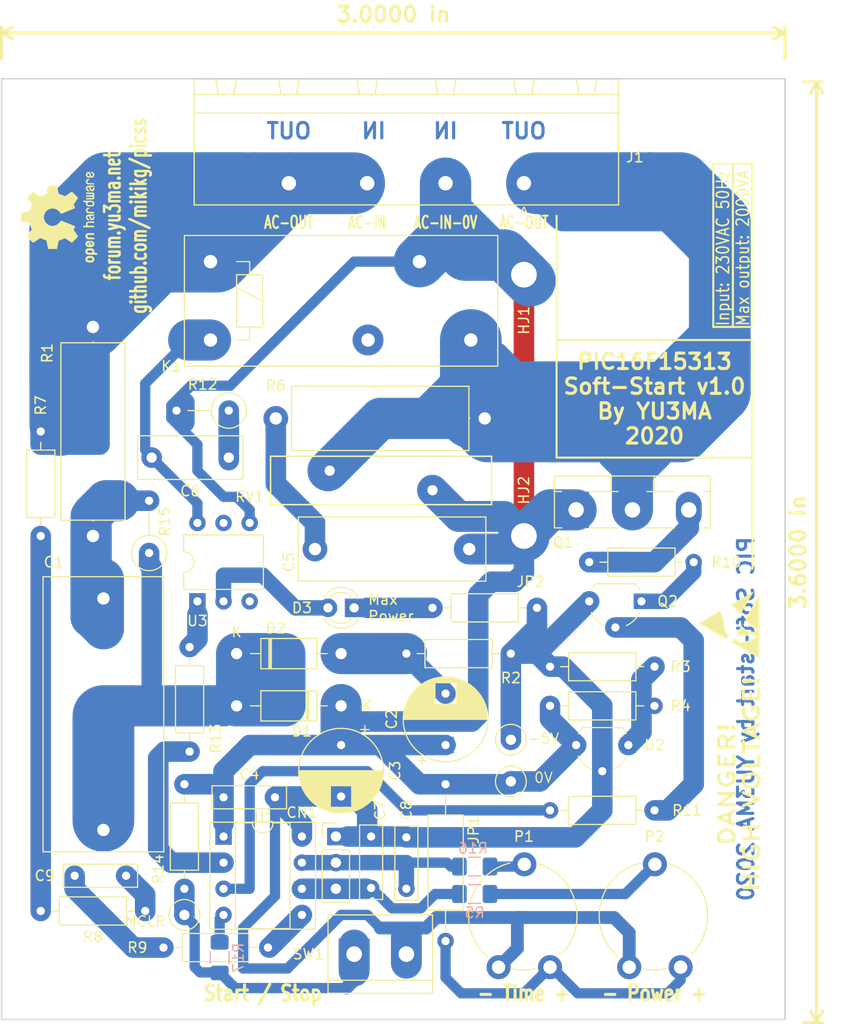
<source format=kicad_pcb>
(kicad_pcb (version 20171130) (host pcbnew "(5.0.0-3-g5ebb6b6)")
  (layers (0 F.Cu signal) (31 B.Cu signal) (34 B.Paste user hide) (35 F.Paste user hide) (36 B.SilkS user) (37 F.SilkS user) (38 B.Mask user hide) (39 F.Mask user hide) (44 Edge.Cuts user))
  (net 0 "")
  (net 1 /0V)
  (net 2 "Net-(C1-Pad2)")
  (net 3 "Net-(C1-Pad1)")
  (net 4 "Net-(C5-Pad1)")
  (net 5 "Net-(R7-Pad2)")
  (net 6 "Net-(R13-Pad2)")
  (net 7 "Net-(R13-Pad1)")
  (net 8 "Net-(C6-Pad1)")
  (net 9 "Net-(Q2-Pad2)")
  (net 10 "Net-(R11-Pad1)")
  (net 11 "Net-(Q1-Pad3)")
  (net 12 "Net-(Q2-Pad1)")
  (net 13 "Net-(R9-Pad2)")
  (net 14 "Net-(C2-Pad2)")
  (net 15 "Net-(R3-Pad2)")
  (net 16 "Net-(C6-Pad2)")
  (net 17 "Net-(C8-Pad1)")
  (net 18 "Net-(C7-Pad1)")
  (net 19 "Net-(U3-Pad5)")
  (net 20 "Net-(U3-Pad3)")
  (net 21 "Net-(K1-Pad12)")
  (net 22 -5V)
  (net 23 "Net-(H4-Pad1)")
  (net 24 "Net-(H3-Pad1)")
  (net 25 "Net-(H2-Pad1)")
  (net 26 "Net-(H1-Pad1)")
  (net 27 "Net-(H5-Pad1)")
  (net 28 "Net-(JP1-Pad2)")
  (net 29 "Net-(J1-Pad1)")
  (net 30 "Net-(J1-Pad3)")
  (net 31 "Net-(D3-Pad2)")
  (net 32 "Net-(D3-Pad1)")
  (net 33 "Net-(J4-Pad1)")
  (net 34 "Net-(C9-Pad1)")
  (net 35 "Net-(C9-Pad2)")
  (net 36 "Net-(P1-Pad2)")
  (net 37 "Net-(P2-Pad2)")
  (net 38 "Net-(R17-Pad2)")
  (module Capacitor_THT:CP_Radial_D8.0mm_P5.00mm (layer F.Cu) (at 156.21 95.25 270)
    (fp_text reference C3 (at 2.5 -5.25 270) (layer F.SilkS))
    (fp_text value 100uF/25V)
    (pad 2 thru_hole circle (at 5 0 270) (size 1.6 1.6) (drill 0.8) (layers *.Cu *.Mask) (net 22 -5V))
    (pad 1 thru_hole rect (at 0 0 270) (size 1.6 1.6) (drill 0.8) (layers *.Cu *.Mask) (net 1 /0V))
  )
  (module Capacitor_THT:C_Rect_L10.0mm_W4.0mm_P7.50mm_MKS4 (layer F.Cu) (at 145.288 67.31 180)
    (fp_text reference C6 (at 3.75 -3.25 180) (layer F.SilkS))
    (fp_text value 10nF/250V)
    (pad 1 thru_hole circle (at 0 0 180) (size 2 2) (drill 1) (layers *.Cu *.Mask) (net 8 "Net-(C6-Pad1)"))
    (pad 2 thru_hole circle (at 7.5 0 180) (size 2 2) (drill 1) (layers *.Cu *.Mask) (net 16 "Net-(C6-Pad2)"))
  )
  (module Resistor_SMD:R_1206_3216Metric_Pad1.42x1.75mm_HandSolder (layer B.Cu) (at 144.399 115.9145 90)
    (fp_text reference R17 (at 0 1.82 90) (layer B.SilkS) (effects (justify mirror)))
    (fp_text value 470R)
    (pad 1 smd roundrect (at -1.4875 0 90) (size 1.425 1.75) (layers B.Cu B.Paste B.Mask) (roundrect_rratio 0.175) (net 33 "Net-(J4-Pad1)"))
    (pad 2 smd roundrect (at 1.4875 0 90) (size 1.425 1.75) (layers B.Cu B.Paste B.Mask) (roundrect_rratio 0.175) (net 38 "Net-(R17-Pad2)"))
  )
  (module Resistor_SMD:R_1206_3216Metric_Pad1.42x1.75mm_HandSolder (layer B.Cu) (at 169.2005 109.728)
    (fp_text reference R5 (at 0 1.82) (layer B.SilkS) (effects (justify mirror)))
    (fp_text value 470R)
    (pad 2 smd roundrect (at 1.4875 0) (size 1.425 1.75) (layers B.Cu B.Paste B.Mask) (roundrect_rratio 0.175) (net 37 "Net-(P2-Pad2)"))
    (pad 1 smd roundrect (at -1.4875 0) (size 1.425 1.75) (layers B.Cu B.Paste B.Mask) (roundrect_rratio 0.175) (net 18 "Net-(C7-Pad1)"))
  )
  (module Resistor_SMD:R_1206_3216Metric_Pad1.42x1.75mm_HandSolder (layer B.Cu) (at 169.2005 107.061)
    (fp_text reference R16 (at -0.1635 -1.778) (layer B.SilkS) (effects (justify mirror)))
    (fp_text value 470R)
    (pad 1 smd roundrect (at -1.4875 0) (size 1.425 1.75) (layers B.Cu B.Paste B.Mask) (roundrect_rratio 0.175) (net 17 "Net-(C8-Pad1)"))
    (pad 2 smd roundrect (at 1.4875 0) (size 1.425 1.75) (layers B.Cu B.Paste B.Mask) (roundrect_rratio 0.175) (net 36 "Net-(P1-Pad2)"))
  )
  (module Capacitor_THT:C_Rect_L7.0mm_W2.0mm_P5.00mm (layer F.Cu) (at 130.302 107.95)
    (fp_text reference C9 (at -2.921 0) (layer F.SilkS))
    (fp_text value 100nF/63V)
    (pad 1 thru_hole circle (at 0 0) (size 1.6 1.6) (drill 0.8) (layers *.Cu *.Mask) (net 34 "Net-(C9-Pad1)"))
    (pad 2 thru_hole circle (at 5 0) (size 1.6 1.6) (drill 0.8) (layers *.Cu *.Mask) (net 35 "Net-(C9-Pad2)"))
  )
  (module TestPoint:TestPoint_Loop_D2.50mm_Drill1.0mm (layer F.Cu) (at 140.97 111.76)
    (fp_text reference J4 hide)
    (fp_text value MCLR)
    (pad 1 thru_hole circle (at 0 0) (size 2 2) (drill 1) (layers *.Cu *.Mask) (net 33 "Net-(J4-Pad1)"))
  )
  (module LED_THT:LED_D3.0mm (layer F.Cu) (at 157.48 81.915 180)
    (fp_text reference D3 (at 5.08 0 180) (layer F.SilkS))
    (fp_text value LED)
    (pad 1 thru_hole rect (at 0 0 180) (size 1.8 1.8) (drill 0.9) (layers *.Cu *.Mask) (net 32 "Net-(D3-Pad1)"))
    (pad 2 thru_hole circle (at 2.54 0 180) (size 1.8 1.8) (drill 0.9) (layers *.Cu *.Mask) (net 31 "Net-(D3-Pad2)"))
  )
  (module TestPoint:TestPoint_Loop_D2.50mm_Drill1.0mm (layer F.Cu) (at 172.72 98.785001 270)
    (fp_text reference J3 hide)
    (fp_text value 0V)
    (pad 1 thru_hole circle (at 0 0 270) (size 2 2) (drill 1) (layers *.Cu *.Mask) (net 1 /0V))
  )
  (module TestPoint:TestPoint_Loop_D2.50mm_Drill1.0mm (layer F.Cu) (at 172.72 94.735001 270)
    (fp_text reference J2 hide)
    (fp_text value -5V)
    (pad 1 thru_hole circle (at 0 0 270) (size 2 2) (drill 1) (layers *.Cu *.Mask) (net 22 -5V))
  )
  (module MountingHole:MountingHole_6.5mm (layer F.Cu) (at 184.531 50.8)
    (fp_text reference H5 hide)
    (fp_text value MountingHole_Pad)
    (pad 1 np_thru_hole circle (at 0 0) (size 6.5 6.5) (drill 6.5) (layers *.Cu *.Mask) (net 27 "Net-(H5-Pad1)"))
  )
  (module Connector_Phoenix_GMSTB:PhoenixContact_GMSTB_2,5_4-GF-7,62_1x04_P7.62mm_Horizontal_ThreadedFlange (layer F.Cu) (at 173.99 40.64 180)
    (fp_text reference J1 (at -10.795 2.54 180) (layer F.SilkS))
    (fp_text value Conn_01x02_Male)
    (pad 1 thru_hole roundrect (at 0 0 180) (size 2.1 3.6) (drill 1.4) (layers *.Cu *.Mask) (roundrect_rratio 0.119048) (net 29 "Net-(J1-Pad1)"))
    (pad 2 thru_hole oval (at 7.62 0 180) (size 2.1 3.6) (drill 1.4) (layers *.Cu *.Mask) (net 1 /0V))
    (pad 3 thru_hole oval (at 15.24 0 180) (size 2.1 3.6) (drill 1.4) (layers *.Cu *.Mask) (net 30 "Net-(J1-Pad3)"))
    (pad 4 thru_hole oval (at 22.86 0 180) (size 2.1 3.6) (drill 1.4) (layers *.Cu *.Mask) (net 30 "Net-(J1-Pad3)"))
  )
  (module MountingHole:MountingHole_3.2mm_M3 (layer F.Cu) (at 127 118.11)
    (fp_text reference H2 hide)
    (fp_text value MountingHole_Pad)
    (pad 1 np_thru_hole circle (at 0 0) (size 3.2 3.2) (drill 3.2) (layers *.Cu *.Mask) (net 25 "Net-(H2-Pad1)"))
  )
  (module MountingHole:MountingHole_3.2mm_M3 (layer F.Cu) (at 127 34.29)
    (fp_text reference H3 hide)
    (fp_text value MountingHole_Pad)
    (pad 1 np_thru_hole circle (at 0 0) (size 3.2 3.2) (drill 3.2) (layers *.Cu *.Mask) (net 24 "Net-(H3-Pad1)"))
  )
  (module MountingHole:MountingHole_3.2mm_M3 (layer F.Cu) (at 195.58 34.29)
    (fp_text reference H4 hide)
    (fp_text value MountingHole_Pad)
    (pad 1 np_thru_hole circle (at 0 0) (size 3.2 3.2) (drill 3.2) (layers *.Cu *.Mask) (net 23 "Net-(H4-Pad1)"))
  )
  (module MountingHole:MountingHole_3.2mm_M3 (layer F.Cu) (at 195.58 118.11)
    (fp_text reference H1 hide)
    (fp_text value MountingHole_Pad)
    (pad 1 np_thru_hole circle (at 0 0) (size 3.2 3.2) (drill 3.2) (layers *.Cu *.Mask) (net 26 "Net-(H1-Pad1)"))
  )
  (module Resistor_THT:R_Axial_DIN0309_L9.0mm_D3.2mm_P15.24mm_Horizontal (layer F.Cu) (at 166.37 99.06 270)
    (fp_text reference JP1 (at 4.445 -2.72 270) (layer F.SilkS))
    (fp_text value Jumper)
    (pad 1 thru_hole circle (at 0 0 270) (size 1.6 1.6) (drill 0.8) (layers *.Cu *.Mask) (net 1 /0V))
    (pad 2 thru_hole oval (at 15.24 0 270) (size 1.6 1.6) (drill 0.8) (layers *.Cu *.Mask) (net 28 "Net-(JP1-Pad2)"))
  )
  (module MountingHole:MountingHole_2.5mm_Pad (layer F.Cu) (at 173.99 74.93)
    (fp_text reference HJ2 (at 0 -4.445 90) (layer F.SilkS))
    (fp_text value MountingHole_Pad)
    (pad 1 thru_hole circle (at 0 0) (size 5 5) (drill 2.5) (layers *.Cu *.Mask) (net 1 /0V))
  )
  (module MountingHole:MountingHole_2.5mm_Pad (layer F.Cu) (at 173.99 49.53)
    (fp_text reference HJ1 (at 0 4.445 90) (layer F.SilkS))
    (fp_text value MountingHole_Pad)
    (pad 1 thru_hole circle (at 0 0) (size 5 5) (drill 2.5) (layers *.Cu *.Mask) (net 1 /0V))
  )
  (module Resistor_THT:R_Axial_DIN0207_L6.3mm_D2.5mm_P10.16mm_Horizontal (layer F.Cu) (at 165.1 81.915)
    (fp_text reference JP2 (at 9.525 -2.54) (layer F.SilkS))
    (fp_text value Jumper)
    (pad 1 thru_hole circle (at 0 0) (size 1.6 1.6) (drill 0.8) (layers *.Cu *.Mask) (net 32 "Net-(D3-Pad1)"))
    (pad 2 thru_hole oval (at 10.16 0) (size 1.6 1.6) (drill 0.8) (layers *.Cu *.Mask) (net 22 -5V))
  )
  (module Resistor_THT:R_Axial_DIN0309_L9.0mm_D3.2mm_P5.08mm_Vertical (layer F.Cu) (at 145.288 62.738 180)
    (fp_text reference R12 (at 2.54 2.54 180) (layer F.SilkS))
    (fp_text value 360R)
    (pad 1 thru_hole circle (at 0 0 180) (size 1.6 1.6) (drill 0.8) (layers *.Cu *.Mask) (net 8 "Net-(C6-Pad1)"))
    (pad 2 thru_hole oval (at 5.08 0 180) (size 1.6 1.6) (drill 0.8) (layers *.Cu *.Mask) (net 1 /0V))
  )
  (module Package_DIP:DIP-8_W7.62mm_Socket (layer F.Cu) (at 144.78 104.14)
    (fp_text reference U1 (at 3.937 -1.905) (layer F.SilkS))
    (fp_text value PIC16F15313E/P)
    (pad 1 thru_hole rect (at 0 0) (size 1.6 1.6) (drill 0.8) (layers *.Cu *.Mask) (net 1 /0V))
    (pad 5 thru_hole oval (at 7.62 7.62) (size 1.6 1.6) (drill 0.8) (layers *.Cu *.Mask) (net 13 "Net-(R9-Pad2)"))
    (pad 2 thru_hole oval (at 0 2.54) (size 1.6 1.6) (drill 0.8) (layers *.Cu *.Mask) (net 7 "Net-(R13-Pad1)"))
    (pad 6 thru_hole oval (at 7.62 5.08) (size 1.6 1.6) (drill 0.8) (layers *.Cu *.Mask) (net 18 "Net-(C7-Pad1)"))
    (pad 3 thru_hole oval (at 0 5.08) (size 1.6 1.6) (drill 0.8) (layers *.Cu *.Mask) (net 10 "Net-(R11-Pad1)"))
    (pad 7 thru_hole oval (at 7.62 2.54) (size 1.6 1.6) (drill 0.8) (layers *.Cu *.Mask) (net 17 "Net-(C8-Pad1)"))
    (pad 4 thru_hole oval (at 0 7.62) (size 1.6 1.6) (drill 0.8) (layers *.Cu *.Mask) (net 38 "Net-(R17-Pad2)"))
    (pad 8 thru_hole oval (at 7.62 0) (size 1.6 1.6) (drill 0.8) (layers *.Cu *.Mask) (net 22 -5V))
  )
  (module Resistor_THT:R_Axial_DIN0207_L6.3mm_D2.5mm_P10.16mm_Horizontal (layer F.Cu) (at 172.72 86.36 180)
    (fp_text reference R2 (at 0 -2.37 180) (layer F.SilkS))
    (fp_text value 27R-33R)
    (pad 1 thru_hole circle (at 0 0 180) (size 1.6 1.6) (drill 0.8) (layers *.Cu *.Mask) (net 22 -5V))
    (pad 2 thru_hole oval (at 10.16 0 180) (size 1.6 1.6) (drill 0.8) (layers *.Cu *.Mask) (net 14 "Net-(C2-Pad2)"))
  )
  (module Resistor_THT:R_Axial_DIN0207_L6.3mm_D2.5mm_P10.16mm_Horizontal (layer F.Cu) (at 176.53 87.63)
    (fp_text reference R3 (at 12.7 0) (layer F.SilkS))
    (fp_text value 10K)
    (pad 2 thru_hole oval (at 10.16 0) (size 1.6 1.6) (drill 0.8) (layers *.Cu *.Mask) (net 15 "Net-(R3-Pad2)"))
    (pad 1 thru_hole circle (at 0 0) (size 1.6 1.6) (drill 0.8) (layers *.Cu *.Mask) (net 22 -5V))
  )
  (module Resistor_THT:R_Axial_DIN0207_L6.3mm_D2.5mm_P10.16mm_Horizontal (layer F.Cu) (at 127 64.77 270)
    (fp_text reference R7 (at -2.54 0 270) (layer F.SilkS))
    (fp_text value 270K/0.25W)
    (pad 1 thru_hole circle (at 0 0 270) (size 1.6 1.6) (drill 0.8) (layers *.Cu *.Mask) (net 30 "Net-(J1-Pad3)"))
    (pad 2 thru_hole oval (at 10.16 0 270) (size 1.6 1.6) (drill 0.8) (layers *.Cu *.Mask) (net 5 "Net-(R7-Pad2)"))
  )
  (module Resistor_THT:R_Axial_DIN0207_L6.3mm_D2.5mm_P10.16mm_Horizontal (layer F.Cu) (at 127 111.379)
    (fp_text reference R8 (at 5.08 2.54) (layer F.SilkS))
    (fp_text value 270K/0.25W)
    (pad 2 thru_hole oval (at 10.16 0) (size 1.6 1.6) (drill 0.8) (layers *.Cu *.Mask) (net 35 "Net-(C9-Pad2)"))
    (pad 1 thru_hole circle (at 0 0) (size 1.6 1.6) (drill 0.8) (layers *.Cu *.Mask) (net 5 "Net-(R7-Pad2)"))
  )
  (module Resistor_THT:R_Axial_DIN0207_L6.3mm_D2.5mm_P10.16mm_Horizontal (layer F.Cu) (at 138.938 114.935)
    (fp_text reference R9 (at -2.54 0) (layer F.SilkS))
    (fp_text value 220K/0.25W)
    (pad 1 thru_hole circle (at 0 0) (size 1.6 1.6) (drill 0.8) (layers *.Cu *.Mask) (net 34 "Net-(C9-Pad1)"))
    (pad 2 thru_hole oval (at 10.16 0) (size 1.6 1.6) (drill 0.8) (layers *.Cu *.Mask) (net 13 "Net-(R9-Pad2)"))
  )
  (module Resistor_THT:R_Axial_DIN0207_L6.3mm_D2.5mm_P10.16mm_Horizontal (layer F.Cu) (at 180.34 77.47)
    (fp_text reference R10 (at 13.335 0) (layer F.SilkS))
    (fp_text value 33R)
    (pad 2 thru_hole oval (at 10.16 0) (size 1.6 1.6) (drill 0.8) (layers *.Cu *.Mask) (net 12 "Net-(Q2-Pad1)"))
    (pad 1 thru_hole circle (at 0 0) (size 1.6 1.6) (drill 0.8) (layers *.Cu *.Mask) (net 11 "Net-(Q1-Pad3)"))
  )
  (module Resistor_THT:R_Axial_DIN0207_L6.3mm_D2.5mm_P10.16mm_Horizontal (layer F.Cu) (at 176.53 101.6)
    (fp_text reference R11 (at 13.335 0) (layer F.SilkS))
    (fp_text value 4K7)
    (pad 2 thru_hole oval (at 10.16 0) (size 1.6 1.6) (drill 0.8) (layers *.Cu *.Mask) (net 9 "Net-(Q2-Pad2)"))
    (pad 1 thru_hole circle (at 0 0) (size 1.6 1.6) (drill 0.8) (layers *.Cu *.Mask) (net 10 "Net-(R11-Pad1)"))
  )
  (module Resistor_THT:R_Axial_DIN0207_L6.3mm_D2.5mm_P10.16mm_Horizontal (layer F.Cu) (at 141.478 95.885 90)
    (fp_text reference R13 (at 1.27 2.54 90) (layer F.SilkS))
    (fp_text value 470R)
    (pad 2 thru_hole oval (at 10.16 0 90) (size 1.6 1.6) (drill 0.8) (layers *.Cu *.Mask) (net 6 "Net-(R13-Pad2)"))
    (pad 1 thru_hole circle (at 0 0 90) (size 1.6 1.6) (drill 0.8) (layers *.Cu *.Mask) (net 7 "Net-(R13-Pad1)"))
  )
  (module Resistor_THT:R_Axial_DIN0207_L6.3mm_D2.5mm_P10.16mm_Horizontal (layer F.Cu) (at 140.97 99.06 270)
    (fp_text reference R14 (at 8.255 2.54 270) (layer F.SilkS))
    (fp_text value 4K7)
    (pad 1 thru_hole circle (at 0 0 270) (size 1.6 1.6) (drill 0.8) (layers *.Cu *.Mask) (net 1 /0V))
    (pad 2 thru_hole oval (at 10.16 0 270) (size 1.6 1.6) (drill 0.8) (layers *.Cu *.Mask) (net 33 "Net-(J4-Pad1)"))
  )
  (module Resistor_THT:R_Axial_DIN0207_L6.3mm_D2.5mm_P10.16mm_Horizontal (layer F.Cu) (at 186.69 91.44 180)
    (fp_text reference R4 (at -2.54 0 180) (layer F.SilkS))
    (fp_text value 10K)
    (pad 1 thru_hole circle (at 0 0 180) (size 1.6 1.6) (drill 0.8) (layers *.Cu *.Mask) (net 15 "Net-(R3-Pad2)"))
    (pad 2 thru_hole oval (at 10.16 0 180) (size 1.6 1.6) (drill 0.8) (layers *.Cu *.Mask) (net 1 /0V))
  )
  (module Package_TO_SOT_THT:TO-92L_Wide (layer F.Cu) (at 185.42 81.28 180)
    (fp_text reference Q2 (at -2.54 0 180) (layer F.SilkS))
    (fp_text value BC548)
    (pad 2 thru_hole circle (at 2.54 -2.54 270) (size 1.5 1.5) (drill 0.8) (layers *.Cu *.Mask) (net 9 "Net-(Q2-Pad2)"))
    (pad 3 thru_hole circle (at 5.08 0 270) (size 1.5 1.5) (drill 0.8) (layers *.Cu *.Mask) (net 22 -5V))
    (pad 1 thru_hole rect (at 0 0 270) (size 1.5 1.5) (drill 0.8) (layers *.Cu *.Mask) (net 12 "Net-(Q2-Pad1)"))
  )
  (module Package_TO_SOT_THT:TO-92L_Wide (layer F.Cu) (at 184.15 95.25 180)
    (fp_text reference U2 (at -2.54 0 180) (layer F.SilkS))
    (fp_text value TL431LP)
    (pad 2 thru_hole circle (at 2.54 -2.54 270) (size 1.5 1.5) (drill 0.8) (layers *.Cu *.Mask) (net 22 -5V))
    (pad 3 thru_hole circle (at 5.08 0 270) (size 1.5 1.5) (drill 0.8) (layers *.Cu *.Mask) (net 1 /0V))
    (pad 1 thru_hole rect (at 0 0 270) (size 1.5 1.5) (drill 0.8) (layers *.Cu *.Mask) (net 15 "Net-(R3-Pad2)"))
  )
  (module Diode_THT:D_DO-41_SOD81_P10.16mm_Horizontal (layer F.Cu) (at 156.21 91.44 180)
    (fp_text reference D1 (at 3.81 -2.47 180) (layer F.SilkS))
    (fp_text value 6v8/1.2W)
    (fp_text user K (at -2.54 0 180) (layer F.SilkS))
    (pad 1 thru_hole rect (at 0 0 180) (size 2.2 2.2) (drill 1.1) (layers *.Cu *.Mask) (net 1 /0V))
    (pad 2 thru_hole oval (at 10.16 0 180) (size 2.2 2.2) (drill 1.1) (layers *.Cu *.Mask) (net 3 "Net-(C1-Pad1)"))
  )
  (module Capacitor_THT:CP_Radial_D8.0mm_P5.00mm (layer F.Cu) (at 166.37 95.25 90)
    (fp_text reference C2 (at 2.5 -5.25 90) (layer F.SilkS))
    (fp_text value 100uF/35V)
    (pad 2 thru_hole circle (at 5 0 90) (size 1.6 1.6) (drill 0.8) (layers *.Cu *.Mask) (net 14 "Net-(C2-Pad2)"))
    (pad 1 thru_hole rect (at 0 0 90) (size 1.6 1.6) (drill 0.8) (layers *.Cu *.Mask) (net 1 /0V))
  )
  (module Resistor_THT:R_Axial_DIN0617_L17.0mm_D6.0mm_P20.32mm_Horizontal (layer F.Cu) (at 170.18 63.5 180)
    (fp_text reference R6 (at 20.32 3.175 180) (layer F.SilkS))
    (fp_text value 150/2W)
    (pad 1 thru_hole circle (at 0 0 180) (size 2.4 2.4) (drill 1.2) (layers *.Cu *.Mask) (net 29 "Net-(J1-Pad1)"))
    (pad 2 thru_hole oval (at 20.32 0 180) (size 2.4 2.4) (drill 1.2) (layers *.Cu *.Mask) (net 4 "Net-(C5-Pad1)"))
  )
  (module Potentiometer_THT:Potentiometer_Piher_PT-10-V10_Vertical (layer F.Cu) (at 189.23 116.84 90)
    (fp_text reference P2 (at 12.7 -2.54 180) (layer F.SilkS))
    (fp_text value 10K)
    (pad 3 thru_hole circle (at 0 -5 90) (size 2.34 2.34) (drill 1.3) (layers *.Cu *.Mask) (net 22 -5V))
    (pad 2 thru_hole circle (at 10 -2.5 90) (size 2.34 2.34) (drill 1.3) (layers *.Cu *.Mask) (net 37 "Net-(P2-Pad2)"))
    (pad 1 thru_hole circle (at 0 0 90) (size 2.34 2.34) (drill 1.3) (layers *.Cu *.Mask) (net 28 "Net-(JP1-Pad2)"))
  )
  (module Potentiometer_THT:Potentiometer_Piher_PT-10-V10_Vertical (layer F.Cu) (at 176.53 116.84 90)
    (fp_text reference P1 (at 12.7 -2.54 180) (layer F.SilkS))
    (fp_text value 10K)
    (pad 3 thru_hole circle (at 0 -5 90) (size 2.34 2.34) (drill 1.3) (layers *.Cu *.Mask) (net 22 -5V))
    (pad 2 thru_hole circle (at 10 -2.5 90) (size 2.34 2.34) (drill 1.3) (layers *.Cu *.Mask) (net 36 "Net-(P1-Pad2)"))
    (pad 1 thru_hole circle (at 0 0 90) (size 2.34 2.34) (drill 1.3) (layers *.Cu *.Mask) (net 28 "Net-(JP1-Pad2)"))
  )
  (module Resistor_THT:R_Axial_DIN0617_L17.0mm_D6.0mm_P20.32mm_Horizontal (layer F.Cu) (at 132.08 74.93 90)
    (fp_text reference R1 (at 17.78 -4.445 90) (layer F.SilkS))
    (fp_text value 220R/2W)
    (pad 2 thru_hole oval (at 20.32 0 90) (size 2.4 2.4) (drill 1.2) (layers *.Cu *.Mask) (net 30 "Net-(J1-Pad3)"))
    (pad 1 thru_hole circle (at 0 0 90) (size 2.4 2.4) (drill 1.2) (layers *.Cu *.Mask) (net 2 "Net-(C1-Pad2)"))
  )
  (module Package_TO_SOT_THT:TO-218-3_Vertical (layer F.Cu) (at 179.07 72.39)
    (fp_text reference Q1 (at -1.27 3.175) (layer F.SilkS))
    (fp_text value BTA41-600B)
    (pad 1 thru_hole rect (at 0 0) (size 2.5 3.5) (drill 1.5) (layers *.Cu *.Mask) (net 1 /0V))
    (pad 2 thru_hole oval (at 5.475 0) (size 2.5 3.5) (drill 1.5) (layers *.Cu *.Mask) (net 29 "Net-(J1-Pad1)"))
    (pad 3 thru_hole oval (at 10.95 0) (size 2.5 3.5) (drill 1.5) (layers *.Cu *.Mask) (net 11 "Net-(Q1-Pad3)"))
  )
  (module Relay_THT:Relay_SPDT_Schrack-RP-II-1-FormC_RM5mm (layer F.Cu) (at 143.51 48.26)
    (fp_text reference K1 (at -3.81 10.16) (layer F.SilkS))
    (fp_text value RELAY)
    (pad 12 thru_hole circle (at 15.32 7.62) (size 3 3) (drill 1.3) (layers *.Cu *.Mask) (net 21 "Net-(K1-Pad12)"))
    (pad 14 thru_hole circle (at 25.32 7.62) (size 3 3) (drill 1.3) (layers *.Cu *.Mask) (net 29 "Net-(J1-Pad1)"))
    (pad 11 thru_hole circle (at 20.32 0) (size 3 3) (drill 1.3) (layers *.Cu *.Mask) (net 1 /0V))
    (pad A2 thru_hole circle (at 0 7.62) (size 3 3) (drill 1.3) (layers *.Cu *.Mask) (net 16 "Net-(C6-Pad2)"))
    (pad A1 thru_hole circle (at 0 0) (size 3 3) (drill 1.3) (layers *.Cu *.Mask) (net 30 "Net-(J1-Pad3)"))
  )
  (module Capacitor_THT:C_Rect_L18.0mm_W6.0mm_P15.00mm_FKS3_FKP3 (layer F.Cu) (at 153.67 76.2)
    (fp_text reference C5 (at -2.54 1.27 90) (layer F.SilkS))
    (fp_text value 100n/630)
    (pad 1 thru_hole circle (at 0 0) (size 2.4 2.4) (drill 1.2) (layers *.Cu *.Mask) (net 4 "Net-(C5-Pad1)"))
    (pad 2 thru_hole circle (at 15 0) (size 2.4 2.4) (drill 1.2) (layers *.Cu *.Mask) (net 1 /0V))
  )
  (module Capacitor_THT:C_Rect_L26.5mm_W11.5mm_P22.50mm_MKS4 (layer F.Cu) (at 133.096 103.505 90)
    (fp_text reference C1 (at 26.035 -4.826 180) (layer F.SilkS))
    (fp_text value 1uF/630V)
    (pad 1 thru_hole circle (at 0 0 90) (size 2.4 2.4) (drill 1.2) (layers *.Cu *.Mask) (net 3 "Net-(C1-Pad1)"))
    (pad 2 thru_hole circle (at 22.5 0 90) (size 2.4 2.4) (drill 1.2) (layers *.Cu *.Mask) (net 2 "Net-(C1-Pad2)"))
  )
  (module Capacitor_THT:C_Rect_L7.0mm_W2.0mm_P5.00mm (layer F.Cu) (at 144.78 100.33)
    (fp_text reference C4 (at 2.5 -2.25) (layer F.SilkS))
    (fp_text value 100nF)
    (pad 2 thru_hole circle (at 5 0) (size 1.6 1.6) (drill 0.8) (layers *.Cu *.Mask) (net 22 -5V))
    (pad 1 thru_hole circle (at 0 0) (size 1.6 1.6) (drill 0.8) (layers *.Cu *.Mask) (net 1 /0V))
  )
  (module Capacitor_THT:C_Rect_L7.0mm_W2.0mm_P5.00mm (layer F.Cu) (at 159.131 109.14 90)
    (fp_text reference C7 (at 7.54 0.889 90) (layer F.SilkS))
    (fp_text value 100nF)
    (pad 2 thru_hole circle (at 5 0 90) (size 1.6 1.6) (drill 0.8) (layers *.Cu *.Mask) (net 22 -5V))
    (pad 1 thru_hole circle (at 0 0 90) (size 1.6 1.6) (drill 0.8) (layers *.Cu *.Mask) (net 18 "Net-(C7-Pad1)"))
  )
  (module Capacitor_THT:C_Rect_L7.0mm_W2.0mm_P5.00mm (layer F.Cu) (at 162.56 109.22 90)
    (fp_text reference C8 (at 7.62 0 90) (layer F.SilkS))
    (fp_text value 100nF)
    (pad 1 thru_hole circle (at 0 0 90) (size 1.6 1.6) (drill 0.8) (layers *.Cu *.Mask) (net 17 "Net-(C8-Pad1)"))
    (pad 2 thru_hole circle (at 5 0 90) (size 1.6 1.6) (drill 0.8) (layers *.Cu *.Mask) (net 22 -5V))
  )
  (module Diode_THT:D_DO-41_SOD81_P10.16mm_Horizontal (layer F.Cu) (at 146.05 86.36)
    (fp_text reference D2 (at 3.81 -2.47) (layer F.SilkS))
    (fp_text value 1N4001)
    (fp_text user K (at 0 -2.1) (layer F.SilkS))
    (pad 1 thru_hole rect (at 0 0) (size 2.2 2.2) (drill 1.1) (layers *.Cu *.Mask) (net 3 "Net-(C1-Pad1)"))
    (pad 2 thru_hole oval (at 10.16 0) (size 2.2 2.2) (drill 1.1) (layers *.Cu *.Mask) (net 14 "Net-(C2-Pad2)"))
  )
  (module Package_DIP:DIP-6_W7.62mm (layer F.Cu) (at 142.24 81.28 90)
    (fp_text reference U3 (at -1.905 0 180) (layer F.SilkS))
    (fp_text value MOC3043M)
    (pad 1 thru_hole rect (at 0 0 90) (size 1.6 1.6) (drill 0.8) (layers *.Cu *.Mask) (net 6 "Net-(R13-Pad2)"))
    (pad 4 thru_hole oval (at 7.62 5.08 90) (size 1.6 1.6) (drill 0.8) (layers *.Cu *.Mask) (net 1 /0V))
    (pad 2 thru_hole oval (at 0 2.54 90) (size 1.6 1.6) (drill 0.8) (layers *.Cu *.Mask) (net 31 "Net-(D3-Pad2)"))
    (pad 5 thru_hole oval (at 7.62 2.54 90) (size 1.6 1.6) (drill 0.8) (layers *.Cu *.Mask) (net 19 "Net-(U3-Pad5)"))
    (pad 3 thru_hole oval (at 0 5.08 90) (size 1.6 1.6) (drill 0.8) (layers *.Cu *.Mask) (net 20 "Net-(U3-Pad3)"))
    (pad 6 thru_hole oval (at 7.62 0 90) (size 1.6 1.6) (drill 0.8) (layers *.Cu *.Mask) (net 16 "Net-(C6-Pad2)"))
  )
  (module TerminalBlock:TerminalBlock_bornier-2_P5.08mm (layer F.Cu) (at 157.48 115.57)
    (fp_text reference SW1 (at -4.445 0) (layer F.SilkS))
    (fp_text value Start/Stop)
    (pad 1 thru_hole rect (at 0 0) (size 3 3) (drill 1.52) (layers *.Cu *.Mask) (net 33 "Net-(J4-Pad1)"))
    (pad 2 thru_hole circle (at 5.08 0) (size 3 3) (drill 1.52) (layers *.Cu *.Mask) (net 22 -5V))
  )
  (module Varistor:RV_Disc_D21.5mm_W4.7mm_P10mm (layer F.Cu) (at 155.1 68.58)
    (fp_text reference RV1 (at -7.78 2.54) (layer F.SilkS))
    (fp_text value JVR20N681K)
    (pad 1 thru_hole circle (at 0 0) (size 2 2) (drill 1) (layers *.Cu *.Mask) (net 29 "Net-(J1-Pad1)"))
    (pad 2 thru_hole circle (at 10 1.9) (size 2 2) (drill 1) (layers *.Cu *.Mask) (net 1 /0V))
  )
  (module Connector_PinHeader_2.54mm:PinHeader_1x03_P2.54mm_Vertical (layer F.Cu) (at 155.702 104.14)
    (fp_text reference CN1 (at -3.302 -2.33) (layer F.SilkS))
    (fp_text value USART)
    (pad 1 thru_hole rect (at 0 0) (size 1.7 1.7) (drill 1) (layers *.Cu *.Mask) (net 22 -5V))
    (pad 2 thru_hole oval (at 0 2.54) (size 1.7 1.7) (drill 1) (layers *.Cu *.Mask) (net 17 "Net-(C8-Pad1)"))
    (pad 3 thru_hole oval (at 0 5.08) (size 1.7 1.7) (drill 1) (layers *.Cu *.Mask) (net 18 "Net-(C7-Pad1)"))
  )
  (module Resistor_THT:R_Axial_DIN0309_L9.0mm_D3.2mm_P5.08mm_Vertical (layer F.Cu) (at 137.541 76.581 90)
    (fp_text reference R15 (at 3.048 1.524 90) (layer F.SilkS))
    (fp_text value 3M/0.25W)
    (pad 2 thru_hole oval (at 5.08 0 90) (size 1.6 1.6) (drill 0.8) (layers *.Cu *.Mask) (net 2 "Net-(C1-Pad2)"))
    (pad 1 thru_hole circle (at 0 0 90) (size 1.6 1.6) (drill 0.8) (layers *.Cu *.Mask) (net 3 "Net-(C1-Pad1)"))
  )
  (module Symbol:ESD-Logo_6.6x6mm_SilkScreen (layer F.Cu) (at 193.929 83.566 90)
    (fp_text reference REF** hide)
    (fp_text value ESD-Logo_6.6x6mm_SilkScreen hide)
  )
  (module Symbol:OSHW-Logo2_9.8x8mm_SilkScreen (layer F.Cu) (at 128.778 43.942 90)
    (fp_text reference REF** hide)
    (fp_text value OSHW-Logo2_9.8x8mm_SilkScreen hide)
  )
  (dimension 91.44 (width 0.3) (layer F.SilkS) (gr_text "91.440 mm" (at 204.555745 76.512327 90) (layer F.SilkS) (effects (font (size 1.5 1.5) (thickness 0.3)))) (feature1 (pts (xy 201.185746 122.232327) (xy 203.042166 122.232327))) (feature2 (pts (xy 201.185746 30.792327) (xy 203.042166 30.792327))) (crossbar (pts (xy 202.455745 30.792327) (xy 202.455745 122.232327))) (arrow1a (pts (xy 202.455745 122.232327) (xy 201.869324 121.105823))) (arrow1b (pts (xy 202.455745 122.232327) (xy 203.042166 121.105823))) (arrow2a (pts (xy 202.455745 30.792327) (xy 201.869324 31.918831))) (arrow2b (pts (xy 202.455745 30.792327) (xy 203.042166 31.918831))))
  (gr_line (start 194.31 38.735) (end 196.215 38.735) (layer F.SilkS) (width 0.2))
  (gr_line (start 194.31 54.61) (end 194.31 38.735) (layer F.SilkS) (width 0.2))
  (gr_line (start 192.405 54.61) (end 194.31 54.61) (layer F.SilkS) (width 0.2))
  (gr_line (start 192.405 38.735) (end 192.405 54.61) (layer F.SilkS) (width 0.2))
  (gr_line (start 193.04 38.735) (end 192.405 38.735) (layer F.SilkS) (width 0.2))
  (gr_line (start 194.31 38.735) (end 193.04 38.735) (layer F.SilkS) (width 0.2))
  (gr_line (start 194.31 54.61) (end 194.31 38.735) (layer F.SilkS) (width 0.2))
  (gr_line (start 196.215 54.61) (end 194.31 54.61) (layer F.SilkS) (width 0.2))
  (gr_line (start 196.215 38.735) (end 196.215 54.61) (layer F.SilkS) (width 0.2))
  (gr_text "Input: 230VAC 50Hz\nMax output: 2000VA" (at 194.31 54.61 90) (layer F.SilkS) (effects (font (size 1.2 1)) (justify left)))
  (gr_text github.com/mikikg/picss (at 136.525 43.815 90) (layer F.SilkS) (effects (font (size 1.5 1) (thickness 0.25))))
  (gr_text OUT (at 173.99 35.56) (layer B.Cu) (effects (font (size 1.5 1.5) (thickness 0.3)) (justify mirror)))
  (gr_text OUT (at 151.13 35.56) (layer B.Cu) (effects (font (size 1.5 1.5) (thickness 0.3)) (justify mirror)))
  (gr_text IN (at 159.385 35.56) (layer B.Cu) (effects (font (size 1.5 1.5) (thickness 0.3)) (justify mirror)))
  (gr_text IN (at 166.37 35.56) (layer B.Cu) (effects (font (size 1.5 1.5) (thickness 0.3)) (justify mirror)))
  (gr_text MCLR (at 137.16 112.395) (layer F.SilkS) (effects (font (size 1 1) (thickness 0.125))))
  (gr_text 0V (at 175.895 98.425) (layer F.SilkS) (effects (font (size 1 1) (thickness 0.125))))
  (gr_text -5V (at 175.895 94.615) (layer F.SilkS) (effects (font (size 1 1) (thickness 0.125))))
  (gr_text "Start / Stop" (at 148.59 119.38) (layer F.SilkS) (effects (font (size 1.5 1.2) (thickness 0.3))))
  (gr_text "- Power +" (at 186.69 119.38) (layer F.SilkS) (effects (font (size 1.5 1.2) (thickness 0.3))))
  (gr_text "- Time +" (at 173.99 119.38) (layer F.SilkS) (effects (font (size 1.5 1.2) (thickness 0.3))))
  (gr_text "Max\nPower" (at 158.75 81.915) (layer F.SilkS) (effects (font (size 1 1)) (justify left)))
  (gr_text AC-OUT (at 173.99 44.45) (layer F.SilkS) (effects (font (size 1.2 0.8) (thickness 0.2))))
  (gr_text AC-OUT (at 151.13 44.45) (layer F.SilkS) (effects (font (size 1.2 0.8) (thickness 0.2))))
  (gr_text AC-IN-0V (at 166.37 44.45) (layer F.SilkS) (effects (font (size 1.2 0.8) (thickness 0.2))))
  (gr_text AC-IN (at 158.75 44.45) (layer F.SilkS) (effects (font (size 1.2 0.8) (thickness 0.2))))
  (gr_text "DANGER!\nHIGH VOLTAGE!" (at 194.945 99.06 90) (layer F.SilkS) (effects (font (size 1.5 1.9) (thickness 0.3))))
  (gr_line (start 177.165 43.815) (end 177.165 67.31) (layer F.SilkS) (width 0.2))
  (gr_line (start 196.215 55.88) (end 177.165 55.88) (layer F.SilkS) (width 0.2))
  (gr_line (start 196.215 78.105) (end 196.215 55.88) (layer F.SilkS) (width 0.2))
  (gr_line (start 177.165 67.31) (end 196.215 67.31) (layer F.SilkS) (width 0.2))
  (gr_text forum.yu3ma.net (at 133.985 43.815 90) (layer F.SilkS) (effects (font (size 1.5 1) (thickness 0.25))))
  (gr_text "PIC16F15313\nSoft-Start v1.0\nBy YU3MA\n2020" (at 186.69 61.595) (layer F.SilkS) (effects (font (size 1.5 1.5) (thickness 0.3))))
  (gr_text "PIC Soft-start by YU3MA 2020" (at 195.58 92.71 90) (layer B.Cu) (effects (font (size 1.5 1.5) (thickness 0.3)) (justify mirror)))
  (dimension 76.2 (width 0.3) (layer F.SilkS) (gr_text "76.200 mm" (at 161.29 23.935001) (layer F.SilkS) (effects (font (size 1.5 1.5) (thickness 0.3)))) (feature1 (pts (xy 123.19 28.575) (xy 123.19 25.44858))) (feature2 (pts (xy 199.39 28.575) (xy 199.39 25.44858))) (crossbar (pts (xy 199.39 26.035001) (xy 123.19 26.035001))) (arrow1a (pts (xy 123.19 26.035001) (xy 124.316504 25.44858))) (arrow1b (pts (xy 123.19 26.035001) (xy 124.316504 26.621422))) (arrow2a (pts (xy 199.39 26.035001) (xy 198.263496 25.44858))) (arrow2b (pts (xy 199.39 26.035001) (xy 198.263496 26.621422))))
  (gr_line (start 123.19 121.92) (end 123.19 30.48) (layer Edge.Cuts) (width 0.15))
  (gr_line (start 199.39 121.92) (end 123.19 121.92) (layer Edge.Cuts) (width 0.15))
  (gr_line (start 199.39 30.48) (end 199.39 121.92) (layer Edge.Cuts) (width 0.15))
  (gr_line (start 123.19 30.48) (end 199.39 30.48) (layer Edge.Cuts) (width 0.15))
  (segment (start 171.45 46.355) (end 167.64 42.545) (width 2) (layer B.Cu) (net 1))
  (segment (start 144.78 102.87) (end 144.78 100.33) (width 2) (layer B.Cu) (net 1))
  (segment (start 144.78 102.87) (end 144.78 101.6) (width 2) (layer B.Cu) (net 1))
  (segment (start 139.7 63.5) (end 142.24 66.04) (width 1) (layer B.Cu) (net 1))
  (segment (start 146.05 71.12) (end 147.32 72.39) (width 1) (layer B.Cu) (net 1))
  (segment (start 147.32 72.39) (end 147.32 73.66) (width 1) (layer B.Cu) (net 1))
  (segment (start 144.78 97.79) (end 147.32 95.25) (width 2) (layer B.Cu) (net 1))
  (segment (start 147.32 95.25) (end 160.02 95.25) (width 2) (layer B.Cu) (net 1))
  (segment (start 160.02 95.25) (end 166.37 95.25) (width 2) (layer B.Cu) (net 1))
  (segment (start 163.83 99.06) (end 172.72 99.06) (width 2) (layer B.Cu) (net 1))
  (segment (start 160.02 95.25) (end 163.83 99.06) (width 2) (layer B.Cu) (net 1))
  (segment (start 176.53 72.39) (end 173.99 74.93) (width 4) (layer B.Cu) (net 1))
  (segment (start 179.07 72.39) (end 176.53 72.39) (width 4) (layer B.Cu) (net 1))
  (segment (start 173.99 49.53) (end 173.99 74.93) (width 2) (layer F.Cu) (net 1))
  (segment (start 172.72 76.2) (end 173.99 74.93) (width 2) (layer B.Cu) (net 1))
  (segment (start 168.67 76.2) (end 172.72 76.2) (width 3) (layer B.Cu) (net 1))
  (segment (start 172.085 73.025) (end 173.99 74.93) (width 2) (layer B.Cu) (net 1))
  (segment (start 170.815 79.375) (end 169.545 80.645) (width 2) (layer B.Cu) (net 1))
  (segment (start 173.99 78.465533) (end 173.080533 79.375) (width 2) (layer B.Cu) (net 1))
  (segment (start 173.99 74.93) (end 173.99 78.465533) (width 2) (layer B.Cu) (net 1))
  (segment (start 156.21 91.313) (end 156.21 93.853) (width 4) (layer B.Cu) (net 1))
  (segment (start 173.080533 79.375) (end 170.815 79.375) (width 2) (layer B.Cu) (net 1))
  (segment (start 165.1 70.48) (end 167.645 73.025) (width 3) (layer B.Cu) (net 1))
  (segment (start 167.645 73.025) (end 172.085 73.025) (width 3) (layer B.Cu) (net 1))
  (segment (start 142.24 66.04) (end 142.24 68.58) (width 1) (layer B.Cu) (net 1))
  (segment (start 144.78 71.12) (end 146.05 71.12) (width 1) (layer B.Cu) (net 1))
  (segment (start 142.24 68.58) (end 144.78 71.12) (width 1) (layer B.Cu) (net 1))
  (segment (start 175.534999 98.785001) (end 179.07 95.25) (width 2) (layer B.Cu) (net 1))
  (segment (start 172.72 98.785001) (end 175.534999 98.785001) (width 2) (layer B.Cu) (net 1))
  (segment (start 179.07 95.25) (end 176.53 92.71) (width 2) (layer B.Cu) (net 1))
  (segment (start 176.53 92.71) (end 176.53 91.44) (width 2) (layer B.Cu) (net 1))
  (segment (start 140.97 99.06) (end 144.78 99.06) (width 2) (layer B.Cu) (net 1))
  (segment (start 144.78 99.06) (end 144.78 97.79) (width 2) (layer B.Cu) (net 1))
  (segment (start 144.78 100.33) (end 144.78 99.06) (width 2) (layer B.Cu) (net 1))
  (segment (start 172.085 47.625) (end 168.275 47.625) (width 5) (layer B.Cu) (net 1))
  (segment (start 174.584999 50.124999) (end 172.085 47.625) (width 5) (layer B.Cu) (net 1))
  (segment (start 166.37 45.72) (end 167.680001 47.030001) (width 5) (layer B.Cu) (net 1))
  (segment (start 166.37 40.64) (end 166.37 45.72) (width 5) (layer B.Cu) (net 1))
  (segment (start 163.83 48.26) (end 165.140001 46.949999) (width 5) (layer B.Cu) (net 1))
  (segment (start 157.48 48.26) (end 163.83 48.26) (width 1) (layer B.Cu) (net 1))
  (segment (start 141.605 60.325) (end 145.415 60.325) (width 1) (layer B.Cu) (net 1))
  (segment (start 139.7 62.23) (end 141.605 60.325) (width 1) (layer B.Cu) (net 1))
  (segment (start 145.415 60.325) (end 157.48 48.26) (width 1) (layer B.Cu) (net 1))
  (segment (start 139.7 63.5) (end 139.7 62.23) (width 1) (layer B.Cu) (net 1))
  (segment (start 169.545 80.645) (end 169.545 92.075) (width 2) (layer B.Cu) (net 1))
  (segment (start 169.545 92.329) (end 168.91 92.964) (width 2) (layer B.Cu) (net 1))
  (segment (start 157.607 92.71) (end 156.21 91.313) (width 2) (layer B.Cu) (net 1))
  (segment (start 168.91 92.964) (end 157.607 92.964) (width 2) (layer B.Cu) (net 1))
  (segment (start 169.291 91.948) (end 168.656 92.583) (width 2) (layer B.Cu) (net 1))
  (segment (start 140.97 61.976) (end 140.97 63.881) (width 2) (layer B.Cu) (net 1))
  (segment (start 133.096 79.121) (end 133.096 83.947) (width 4) (layer B.Cu) (net 2))
  (segment (start 137.541 71.501) (end 136.40963 71.501) (width 2) (layer B.Cu) (net 2))
  (segment (start 132.08 82.931) (end 133.096 83.947) (width 4) (layer B.Cu) (net 2))
  (segment (start 133.35 71.501) (end 132.08 72.771) (width 4) (layer B.Cu) (net 2))
  (segment (start 131.896001 81.547002) (end 131.896001 73.025) (width 4) (layer B.Cu) (net 2))
  (segment (start 134.62 71.501) (end 133.35 71.501) (width 4) (layer B.Cu) (net 2))
  (segment (start 132.08 82.931) (end 131.896001 82.747001) (width 4) (layer B.Cu) (net 2))
  (segment (start 131.896001 82.817002) (end 131.896001 74.295) (width 4) (layer B.Cu) (net 2))
  (segment (start 133.096 102.616) (end 133.096 92.816) (width 6) (layer B.Cu) (net 3))
  (segment (start 146.05 86.36) (end 150.622 86.36) (width 4) (layer B.Cu) (net 3))
  (segment (start 146.05 91.44) (end 150.749 91.44) (width 4) (layer B.Cu) (net 3))
  (segment (start 137.795 77.96637) (end 137.795 91.44) (width 2) (layer B.Cu) (net 3))
  (segment (start 137.541 77.71237) (end 137.795 77.96637) (width 2) (layer B.Cu) (net 3))
  (segment (start 137.795 91.44) (end 144.78 91.44) (width 4) (layer B.Cu) (net 3))
  (segment (start 137.541 76.581) (end 137.541 77.71237) (width 2) (layer B.Cu) (net 3))
  (segment (start 133.35 91.44) (end 137.795 91.44) (width 4) (layer B.Cu) (net 3))
  (segment (start 150.749 88.9) (end 150.749 86.36) (width 4) (layer B.Cu) (net 3))
  (segment (start 150.749 91.44) (end 150.749 88.9) (width 4) (layer B.Cu) (net 3))
  (segment (start 146.05 91.44) (end 146.05 88.9) (width 4) (layer B.Cu) (net 3))
  (segment (start 146.05 88.9) (end 150.749 88.9) (width 2) (layer B.Cu) (net 3))
  (segment (start 146.05 88.9) (end 146.05 86.36) (width 4) (layer B.Cu) (net 3))
  (segment (start 133.096 102.235) (end 133.096 92.435) (width 6) (layer B.Cu) (net 3))
  (segment (start 153.67 73.66) (end 153.67 76.2) (width 2) (layer B.Cu) (net 4))
  (segment (start 149.86 69.85) (end 153.67 73.66) (width 2) (layer B.Cu) (net 4))
  (segment (start 149.86 63.5) (end 149.86 69.85) (width 2) (layer B.Cu) (net 4))
  (segment (start 127 107.95) (end 127 74.93) (width 2) (layer B.Cu) (net 5))
  (segment (start 127 111.379) (end 127 107.95) (width 2) (layer B.Cu) (net 5))
  (segment (start 142.24 84.963) (end 141.478 85.725) (width 2) (layer B.Cu) (net 6))
  (segment (start 142.24 84.963) (end 142.24 82.55) (width 2) (layer B.Cu) (net 6))
  (segment (start 139.065 95.885) (end 141.478 95.885) (width 2) (layer B.Cu) (net 7))
  (segment (start 138.43 96.52) (end 139.065 95.885) (width 2) (layer B.Cu) (net 7))
  (segment (start 138.43 105.41) (end 138.43 96.52) (width 2) (layer B.Cu) (net 7))
  (segment (start 139.7 106.68) (end 138.43 105.41) (width 2) (layer B.Cu) (net 7))
  (segment (start 144.78 106.68) (end 139.7 106.68) (width 2) (layer B.Cu) (net 7))
  (segment (start 145.288 62.738) (end 145.288 66.548) (width 2) (layer B.Cu) (net 8))
  (segment (start 145.288 63.754) (end 145.288 67.564) (width 2) (layer B.Cu) (net 8))
  (segment (start 182.88 83.82) (end 189.23 83.82) (width 2) (layer B.Cu) (net 9))
  (segment (start 189.23 83.82) (end 190.5 85.09) (width 2) (layer B.Cu) (net 9))
  (segment (start 190.5 85.09) (end 190.5 99.06) (width 2) (layer B.Cu) (net 9))
  (segment (start 187.96 101.6) (end 190.5 99.06) (width 2) (layer B.Cu) (net 9))
  (segment (start 186.69 101.6) (end 187.96 101.6) (width 2) (layer B.Cu) (net 9))
  (segment (start 147.32 99.06) (end 148.59 97.79) (width 1) (layer B.Cu) (net 10))
  (segment (start 147.32 109.22) (end 147.32 99.06) (width 1) (layer B.Cu) (net 10))
  (segment (start 144.78 109.22) (end 147.32 109.22) (width 1) (layer B.Cu) (net 10))
  (segment (start 148.59 97.79) (end 158.75 97.79) (width 1) (layer B.Cu) (net 10))
  (segment (start 158.75 97.79) (end 162.56 101.6) (width 1) (layer B.Cu) (net 10))
  (segment (start 162.56 101.6) (end 176.53 101.6) (width 1) (layer B.Cu) (net 10))
  (segment (start 180.34 77.47) (end 184.09 77.47) (width 2) (layer B.Cu) (net 11))
  (segment (start 190.02 74.14) (end 190.02 72.39) (width 2) (layer B.Cu) (net 11))
  (segment (start 186.69 77.47) (end 190.02 74.14) (width 2) (layer B.Cu) (net 11))
  (segment (start 180.34 77.47) (end 186.69 77.47) (width 2) (layer B.Cu) (net 11))
  (segment (start 187.67 81.28) (end 190.5 78.45) (width 1.5) (layer B.Cu) (net 12))
  (segment (start 185.42 81.28) (end 187.67 81.28) (width 1.5) (layer B.Cu) (net 12))
  (segment (start 190.5 78.45) (end 190.5 77.47) (width 1.5) (layer B.Cu) (net 12))
  (segment (start 149.225 114.935) (end 152.4 111.76) (width 2) (layer B.Cu) (net 13))
  (segment (start 149.098 114.935) (end 149.225 114.935) (width 1) (layer B.Cu) (net 13))
  (segment (start 156.21 86.36) (end 158.75 86.36) (width 4) (layer B.Cu) (net 14))
  (segment (start 158.75 86.36) (end 162.56 86.36) (width 4) (layer B.Cu) (net 14))
  (segment (start 162.56 86.44) (end 166.37 90.25) (width 2) (layer B.Cu) (net 14))
  (segment (start 162.56 86.36) (end 162.56 86.44) (width 2) (layer B.Cu) (net 14))
  (segment (start 185.42 88.9) (end 186.69 87.63) (width 2) (layer B.Cu) (net 15))
  (segment (start 185.42 88.9) (end 185.42 91.44) (width 2) (layer B.Cu) (net 15))
  (segment (start 185.42 93.98) (end 184.15 95.25) (width 2) (layer B.Cu) (net 15))
  (segment (start 185.42 91.44) (end 185.42 93.98) (width 2) (layer B.Cu) (net 15))
  (segment (start 143.51 55.88) (end 141.38868 55.88) (width 4) (layer B.Cu) (net 16))
  (segment (start 137.922 67.31) (end 138.176 67.31) (width 1) (layer B.Cu) (net 16))
  (segment (start 137.16 66.548) (end 137.922 67.31) (width 1) (layer B.Cu) (net 16))
  (segment (start 137.16 60.10868) (end 137.16 66.548) (width 1) (layer B.Cu) (net 16))
  (segment (start 141.38868 55.88) (end 137.16 60.10868) (width 1) (layer B.Cu) (net 16))
  (segment (start 137.788 67.31) (end 142.24 71.762) (width 1) (layer B.Cu) (net 16))
  (segment (start 142.24 71.762) (end 142.24 73.66) (width 1) (layer B.Cu) (net 16))
  (segment (start 162.56 108.08863) (end 162.56 106.68) (width 1.5) (layer B.Cu) (net 17))
  (segment (start 162.56 109.22) (end 162.56 108.08863) (width 1.5) (layer B.Cu) (net 17))
  (segment (start 152.4 106.68) (end 162.56 106.68) (width 1.5) (layer B.Cu) (net 17))
  (segment (start 166.5195 106.68) (end 162.56 106.68) (width 1) (layer B.Cu) (net 17))
  (segment (start 166.9005 107.061) (end 166.5195 106.68) (width 1) (layer B.Cu) (net 17))
  (segment (start 167.713 107.061) (end 166.9005 107.061) (width 1) (layer B.Cu) (net 17))
  (segment (start 158.67 109.22) (end 158.75 109.14) (width 1) (layer B.Cu) (net 18))
  (segment (start 152.4 109.22) (end 158.67 109.22) (width 2) (layer B.Cu) (net 18))
  (segment (start 159.977999 109.939999) (end 161.163 111.125) (width 1) (layer B.Cu) (net 18))
  (segment (start 161.163 111.125) (end 163.957 111.125) (width 1) (layer B.Cu) (net 18))
  (segment (start 159.930999 109.939999) (end 159.131 109.14) (width 1) (layer B.Cu) (net 18))
  (segment (start 159.977999 109.939999) (end 159.930999 109.939999) (width 1) (layer B.Cu) (net 18))
  (segment (start 163.957 111.125) (end 165.354 109.728) (width 1) (layer B.Cu) (net 18))
  (segment (start 165.354 109.728) (end 167.713 109.728) (width 1) (layer B.Cu) (net 18))
  (segment (start 152.4 102.95) (end 149.78 100.33) (width 2) (layer B.Cu) (net 22))
  (segment (start 152.4 104.14) (end 152.4 102.95) (width 2) (layer B.Cu) (net 22))
  (segment (start 175.26 86.36) (end 176.53 87.63) (width 2) (layer B.Cu) (net 22))
  (segment (start 172.72 86.36) (end 175.26 86.36) (width 2) (layer B.Cu) (net 22))
  (segment (start 180.34 81.28) (end 175.26 86.36) (width 2) (layer B.Cu) (net 22))
  (segment (start 162.48 104.14) (end 162.56 104.22) (width 2) (layer B.Cu) (net 22))
  (segment (start 158.75 104.14) (end 162.48 104.14) (width 2) (layer B.Cu) (net 22))
  (segment (start 149.86 100.25) (end 149.78 100.33) (width 2) (layer B.Cu) (net 22))
  (segment (start 156.21 100.25) (end 149.86 100.25) (width 2) (layer B.Cu) (net 22))
  (segment (start 156.21 100.25) (end 157.4 100.25) (width 2) (layer B.Cu) (net 22))
  (segment (start 157.4 100.25) (end 158.75 101.6) (width 2) (layer B.Cu) (net 22))
  (segment (start 158.75 101.6) (end 158.75 104.14) (width 2) (layer B.Cu) (net 22))
  (segment (start 176.53 87.63) (end 177.8 87.63) (width 2) (layer B.Cu) (net 22))
  (segment (start 177.8 87.63) (end 181.61 91.44) (width 2) (layer B.Cu) (net 22))
  (segment (start 181.61 91.44) (end 181.61 97.79) (width 2) (layer B.Cu) (net 22))
  (segment (start 162.56 104.22) (end 178.99 104.22) (width 2) (layer B.Cu) (net 22))
  (segment (start 178.99 104.22) (end 181.61 101.6) (width 2) (layer B.Cu) (net 22))
  (segment (start 181.61 101.6) (end 181.61 97.79) (width 2) (layer B.Cu) (net 22))
  (segment (start 173.355 115.015) (end 171.53 116.84) (width 1.25) (layer B.Cu) (net 22))
  (segment (start 173.355 112.014) (end 173.355 115.015) (width 1.25) (layer B.Cu) (net 22))
  (segment (start 184.23 113.491) (end 184.23 116.84) (width 1.25) (layer B.Cu) (net 22))
  (segment (start 182.753 112.014) (end 184.23 113.491) (width 1.25) (layer B.Cu) (net 22))
  (segment (start 165.481 112.014) (end 174.244 112.014) (width 1.25) (layer B.Cu) (net 22))
  (segment (start 164.465 113.03) (end 165.481 112.014) (width 1.25) (layer B.Cu) (net 22))
  (segment (start 173.355 112.014) (end 174.244 112.014) (width 1.25) (layer B.Cu) (net 22))
  (segment (start 174.244 112.014) (end 182.753 112.014) (width 1.25) (layer B.Cu) (net 22))
  (segment (start 162.56 116.459) (end 162.56 113.919) (width 3) (layer B.Cu) (net 22))
  (segment (start 162.56 113.03) (end 164.465 113.03) (width 1.25) (layer B.Cu) (net 22))
  (segment (start 156.21 111.76) (end 155.321 112.649) (width 1) (layer B.Cu) (net 22))
  (segment (start 160.02 113.03) (end 158.75 111.76) (width 1) (layer B.Cu) (net 22))
  (segment (start 162.56 113.03) (end 160.02 113.03) (width 1.25) (layer B.Cu) (net 22))
  (segment (start 158.75 111.76) (end 156.21 111.76) (width 1) (layer B.Cu) (net 22))
  (segment (start 160.274 104.14) (end 156.845 104.14) (width 2) (layer B.Cu) (net 22))
  (segment (start 172.72 86.36) (end 172.72 94.735001) (width 2) (layer B.Cu) (net 22))
  (segment (start 146.685 116.967) (end 146.685 113.03) (width 1) (layer B.Cu) (net 22))
  (segment (start 151.003 116.967) (end 146.685 116.967) (width 1) (layer B.Cu) (net 22))
  (segment (start 146.685 113.03) (end 149.78 109.935) (width 1) (layer B.Cu) (net 22))
  (segment (start 155.321 112.649) (end 151.003 116.967) (width 1) (layer B.Cu) (net 22))
  (segment (start 149.78 109.935) (end 149.78 100.33) (width 1) (layer B.Cu) (net 22))
  (segment (start 175.26 83.82) (end 172.72 86.36) (width 2) (layer B.Cu) (net 22))
  (segment (start 175.26 81.915) (end 175.26 83.82) (width 2) (layer B.Cu) (net 22))
  (segment (start 176.53 116.68) (end 179.23 119.38) (width 1) (layer B.Cu) (net 28))
  (segment (start 179.23 119.38) (end 187.96 119.38) (width 1) (layer B.Cu) (net 28))
  (segment (start 187.96 119.38) (end 189.23 118.11) (width 1) (layer B.Cu) (net 28))
  (segment (start 189.19 118.07) (end 189.19 116.68) (width 1) (layer B.Cu) (net 28))
  (segment (start 189.23 118.11) (end 189.19 118.07) (width 1) (layer B.Cu) (net 28))
  (segment (start 176.53 116.84) (end 173.99 119.38) (width 1) (layer B.Cu) (net 28))
  (segment (start 173.99 119.38) (end 167.894 119.38) (width 1) (layer B.Cu) (net 28))
  (segment (start 167.894 119.38) (end 166.37 117.856) (width 1) (layer B.Cu) (net 28))
  (segment (start 166.37 117.856) (end 166.37 114.3) (width 1) (layer B.Cu) (net 28))
  (segment (start 177.8 43.815) (end 191.135 43.815) (width 3) (layer B.Cu) (net 29))
  (segment (start 191.77 48.26) (end 187.325 43.815) (width 2) (layer B.Cu) (net 29))
  (segment (start 167.005 59.69) (end 164.465 62.23) (width 2) (layer B.Cu) (net 29))
  (segment (start 176.53 41.91) (end 177.8 43.18) (width 4) (layer B.Cu) (net 29))
  (segment (start 182.245 67.31) (end 183.515 68.58) (width 2) (layer B.Cu) (net 29))
  (segment (start 154.94 68.58) (end 160.02 63.5) (width 4) (layer B.Cu) (net 29))
  (segment (start 160.02 63.5) (end 168.91 63.5) (width 4) (layer B.Cu) (net 29))
  (segment (start 170.575 63.895) (end 170.575 64.77) (width 6) (layer B.Cu) (net 29))
  (segment (start 168.91 63.105) (end 170.575 64.77) (width 6) (layer B.Cu) (net 29))
  (segment (start 184.545 66.64) (end 185.145 66.04) (width 4) (layer B.Cu) (net 29))
  (segment (start 184.545 72.39) (end 184.545 66.64) (width 4) (layer B.Cu) (net 29))
  (segment (start 170.575 64.77) (end 185.42 64.77) (width 6) (layer B.Cu) (net 29))
  (segment (start 193.04 60.96) (end 189.23 64.77) (width 6) (layer B.Cu) (net 29))
  (segment (start 189.23 64.77) (end 185.145 64.77) (width 6) (layer B.Cu) (net 29))
  (segment (start 193.04 58.42) (end 190.5 58.42) (width 6) (layer B.Cu) (net 29))
  (segment (start 193.04 57.15) (end 193.04 60.96) (width 6) (layer B.Cu) (net 29))
  (segment (start 190.5 58.42) (end 185.42 63.5) (width 6) (layer B.Cu) (net 29))
  (segment (start 185.42 63.5) (end 182.88 60.96) (width 6) (layer B.Cu) (net 29))
  (segment (start 168.83 60.96) (end 168.83 63.42) (width 6) (layer B.Cu) (net 29))
  (segment (start 168.83 55.88) (end 168.83 60.96) (width 6) (layer B.Cu) (net 29))
  (segment (start 187.96 60.96) (end 193.04 55.88) (width 6) (layer B.Cu) (net 29))
  (segment (start 172.72 60.96) (end 187.96 60.96) (width 6) (layer B.Cu) (net 29))
  (segment (start 193.04 55.88) (end 193.04 58.42) (width 6) (layer B.Cu) (net 29))
  (segment (start 193.04 44.45) (end 193.04 55.88) (width 6) (layer B.Cu) (net 29))
  (segment (start 172.72 60.96) (end 168.83 60.96) (width 6) (layer B.Cu) (net 29))
  (segment (start 182.88 60.96) (end 172.72 60.96) (width 6) (layer B.Cu) (net 29))
  (segment (start 189.23 40.64) (end 193.04 44.45) (width 6) (layer B.Cu) (net 29))
  (segment (start 182.88 40.64) (end 189.23 40.64) (width 6) (layer B.Cu) (net 29))
  (segment (start 189.103 41.656) (end 188.341 41.656) (width 4) (layer B.Cu) (net 29))
  (segment (start 188.341 41.656) (end 186.309 39.624) (width 4) (layer B.Cu) (net 29))
  (segment (start 184.15 40.64) (end 175.26 40.64) (width 6) (layer B.Cu) (net 29))
  (segment (start 186.055 68.58) (end 187.325 67.31) (width 2) (layer B.Cu) (net 29))
  (segment (start 171.45 57.15) (end 172.72 58.42) (width 2) (layer B.Cu) (net 29))
  (segment (start 144.145 48.26) (end 151.13 41.275) (width 6) (layer B.Cu) (net 30))
  (segment (start 127 66.04) (end 132.715 66.04) (width 2) (layer B.Cu) (net 30))
  (segment (start 133.985 45.72) (end 136.525 43.18) (width 2) (layer B.Cu) (net 30))
  (segment (start 138.43 48.26) (end 132.08 54.61) (width 6) (layer B.Cu) (net 30))
  (segment (start 143.51 48.26) (end 138.43 48.26) (width 6) (layer B.Cu) (net 30))
  (segment (start 143.51 48.26) (end 143.51 44.958) (width 6) (layer B.Cu) (net 30))
  (segment (start 127 66.04) (end 127 60.96) (width 2) (layer B.Cu) (net 30))
  (segment (start 132.08 54.61) (end 132.08 41.91) (width 6) (layer B.Cu) (net 30))
  (segment (start 127 59.69) (end 129.54 57.15) (width 2) (layer B.Cu) (net 30))
  (segment (start 128.905 45.085) (end 131.445 42.545) (width 6) (layer B.Cu) (net 30))
  (segment (start 130.175 58.42) (end 130.175 63.5) (width 6) (layer B.Cu) (net 30))
  (segment (start 129.54 58.928) (end 129.54 57.15) (width 6) (layer B.Cu) (net 30))
  (segment (start 146.558 41.91) (end 147.828 40.64) (width 6) (layer B.Cu) (net 30))
  (segment (start 129.54 57.15) (end 129.54 50.165) (width 6) (layer B.Cu) (net 30))
  (segment (start 129.54 50.165) (end 133.985 50.165) (width 6) (layer B.Cu) (net 30))
  (segment (start 129.54 50.165) (end 129.54 44.45) (width 6) (layer B.Cu) (net 30))
  (segment (start 133.985 50.165) (end 139.065 45.085) (width 6) (layer B.Cu) (net 30))
  (segment (start 133.35 40.64) (end 132.08 41.91) (width 6) (layer B.Cu) (net 30))
  (segment (start 138.43 40.64) (end 151.13 40.64) (width 6) (layer B.Cu) (net 30))
  (segment (start 146.558 40.64) (end 138.43 40.64) (width 6) (layer B.Cu) (net 30))
  (segment (start 138.43 40.64) (end 133.35 40.64) (width 6) (layer B.Cu) (net 30))
  (segment (start 151.13 40.64) (end 157.48 40.64) (width 6) (layer B.Cu) (net 30))
  (segment (start 127 66.04) (end 127 60.96) (width 2) (layer B.Cu) (net 30))
  (segment (start 132.715 60.96) (end 132.715 66.04) (width 2) (layer B.Cu) (net 30))
  (segment (start 132.715 56.515) (end 132.715 61.595) (width 2) (layer B.Cu) (net 30))
  (segment (start 128.905 59.69) (end 128.905 52.705) (width 6) (layer B.Cu) (net 30))
  (segment (start 128.905 64.135) (end 128.905 57.15) (width 6) (layer B.Cu) (net 30))
  (segment (start 128.905 52.07) (end 128.905 45.085) (width 6) (layer B.Cu) (net 30))
  (segment (start 144.78 81.28) (end 144.78 78.74) (width 1.5) (layer B.Cu) (net 31))
  (segment (start 144.78 78.74) (end 148.59 78.74) (width 1.5) (layer B.Cu) (net 31))
  (segment (start 148.59 78.74) (end 151.765 81.915) (width 1.5) (layer B.Cu) (net 31))
  (segment (start 151.765 81.915) (end 154.94 81.915) (width 1.5) (layer B.Cu) (net 31))
  (segment (start 163.195 81.915) (end 165.1 81.915) (width 2) (layer B.Cu) (net 32))
  (segment (start 163.195 81.915) (end 158.75 81.915) (width 2) (layer B.Cu) (net 32))
  (segment (start 157.48 117.221) (end 157.48 114.681) (width 3) (layer B.Cu) (net 33))
  (segment (start 156.718 118.872) (end 157.48 118.11) (width 1.25) (layer B.Cu) (net 33))
  (segment (start 140.97 109.22) (end 140.97 111.76) (width 2) (layer B.Cu) (net 33))
  (segment (start 145.923 118.872) (end 144.399 117.348) (width 1) (layer B.Cu) (net 33))
  (segment (start 156.718 118.872) (end 145.923 118.872) (width 1) (layer B.Cu) (net 33))
  (segment (start 141.969999 112.759999) (end 141.969999 116.823999) (width 1) (layer B.Cu) (net 33))
  (segment (start 140.97 111.76) (end 141.969999 112.759999) (width 1) (layer B.Cu) (net 33))
  (segment (start 142.494 117.348) (end 144.399 117.348) (width 1) (layer B.Cu) (net 33))
  (segment (start 141.969999 116.823999) (end 142.494 117.348) (width 1) (layer B.Cu) (net 33))
  (segment (start 130.302 107.95) (end 130.302 109.22) (width 2) (layer B.Cu) (net 34))
  (segment (start 130.302 109.22) (end 136.017 114.935) (width 2) (layer B.Cu) (net 34))
  (segment (start 136.017 114.935) (end 138.938 114.935) (width 2) (layer B.Cu) (net 34))
  (segment (start 137.16 109.808) (end 135.302 107.95) (width 2) (layer B.Cu) (net 35))
  (segment (start 137.16 111.379) (end 137.16 109.808) (width 2) (layer B.Cu) (net 35))
  (segment (start 173.809 107.061) (end 174.03 106.84) (width 1) (layer B.Cu) (net 36))
  (segment (start 170.688 107.061) (end 173.809 107.061) (width 1) (layer B.Cu) (net 36))
  (segment (start 183.969 109.601) (end 186.73 106.84) (width 1) (layer B.Cu) (net 37))
  (segment (start 183.842 109.728) (end 183.969 109.601) (width 1) (layer B.Cu) (net 37))
  (segment (start 170.688 109.728) (end 183.842 109.728) (width 1) (layer B.Cu) (net 37))
  (segment (start 144.399 114.373) (end 144.399 112.141) (width 1) (layer B.Cu) (net 38))
  (segment (start 144.399 112.141) (end 144.78 111.76) (width 1) (layer B.Cu) (net 38))
)
</source>
